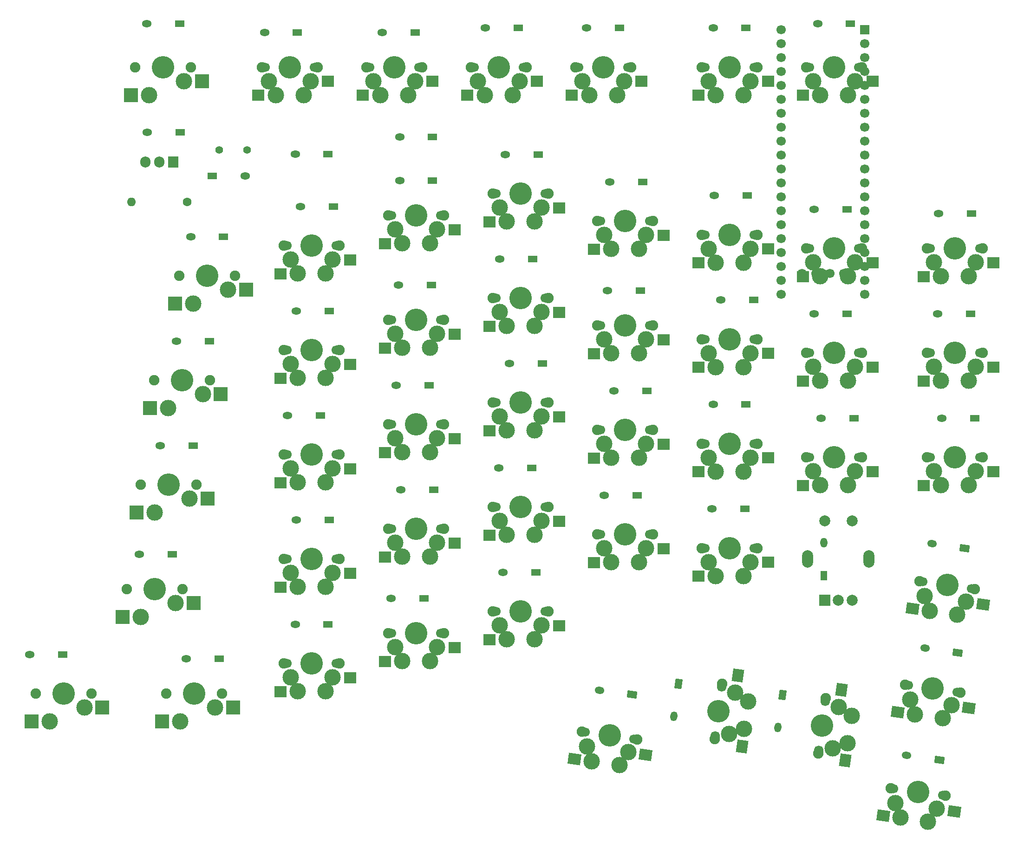
<source format=gbr>
%TF.GenerationSoftware,KiCad,Pcbnew,(6.0.5-0)*%
%TF.CreationDate,2023-01-14T19:39:34-08:00*%
%TF.ProjectId,ergodonk_pcb,6572676f-646f-46e6-9b5f-7063622e6b69,rev?*%
%TF.SameCoordinates,Original*%
%TF.FileFunction,Soldermask,Bot*%
%TF.FilePolarity,Negative*%
%FSLAX46Y46*%
G04 Gerber Fmt 4.6, Leading zero omitted, Abs format (unit mm)*
G04 Created by KiCad (PCBNEW (6.0.5-0)) date 2023-01-14 19:39:34*
%MOMM*%
%LPD*%
G01*
G04 APERTURE LIST*
G04 Aperture macros list*
%AMHorizOval*
0 Thick line with rounded ends*
0 $1 width*
0 $2 $3 position (X,Y) of the first rounded end (center of the circle)*
0 $4 $5 position (X,Y) of the second rounded end (center of the circle)*
0 Add line between two ends*
20,1,$1,$2,$3,$4,$5,0*
0 Add two circle primitives to create the rounded ends*
1,1,$1,$2,$3*
1,1,$1,$4,$5*%
%AMRotRect*
0 Rectangle, with rotation*
0 The origin of the aperture is its center*
0 $1 length*
0 $2 width*
0 $3 Rotation angle, in degrees counterclockwise*
0 Add horizontal line*
21,1,$1,$2,0,0,$3*%
G04 Aperture macros list end*
%ADD10C,1.900000*%
%ADD11C,3.000000*%
%ADD12C,1.700000*%
%ADD13C,4.100000*%
%ADD14R,2.300000X2.000000*%
%ADD15R,1.778000X1.300000*%
%ADD16O,1.778000X1.300000*%
%ADD17RotRect,2.300000X2.000000X82.000000*%
%ADD18RotRect,1.778000X1.300000X172.000000*%
%ADD19HorizOval,1.300000X-0.236674X0.033262X0.236674X-0.033262X0*%
%ADD20O,2.000000X3.200000*%
%ADD21R,2.000000X2.000000*%
%ADD22C,2.000000*%
%ADD23RotRect,2.300000X2.000000X352.000000*%
%ADD24R,1.905000X2.000000*%
%ADD25O,1.905000X2.000000*%
%ADD26RotRect,1.778000X1.300000X262.000000*%
%ADD27HorizOval,1.300000X-0.033262X-0.236674X0.033262X0.236674X0*%
%ADD28R,2.550000X2.500000*%
%ADD29R,1.300000X1.778000*%
%ADD30O,1.300000X1.778000*%
%ADD31C,1.600000*%
%ADD32O,1.600000X1.600000*%
%ADD33C,1.397000*%
%ADD34R,1.700000X1.700000*%
G04 APERTURE END LIST*
D10*
%TO.C,SWLH14*%
X109220000Y-57975000D03*
D11*
X110490000Y-60515001D03*
D12*
X118800000Y-57975000D03*
D11*
X118110000Y-60515000D03*
X116840000Y-63055000D03*
D10*
X119380000Y-57975000D03*
D13*
X114300000Y-57975000D03*
D12*
X109800000Y-57975000D03*
D11*
X111760000Y-63055000D03*
D14*
X121300000Y-60555000D03*
X108600000Y-63095000D03*
%TD*%
D15*
%TO.C,D50*%
X30781250Y-142031250D03*
D16*
X24781250Y-142031250D03*
%TD*%
D11*
%TO.C,SWLH33*%
X92710000Y-105155000D03*
D10*
X90170000Y-100075000D03*
D13*
X95250000Y-100075000D03*
D10*
X100330000Y-100075000D03*
D11*
X91440000Y-102615001D03*
D12*
X99750000Y-100075000D03*
D11*
X99060000Y-102615000D03*
D12*
X90750000Y-100075000D03*
D11*
X97790000Y-105155000D03*
D14*
X102250000Y-102655000D03*
X89550000Y-105195000D03*
%TD*%
D11*
%TO.C,SWLH57*%
X173923084Y-158249192D03*
X172291552Y-151607490D03*
X171231054Y-159153333D03*
D10*
X169953021Y-149996350D03*
D11*
X174630083Y-153218630D03*
D12*
X168619743Y-159483118D03*
X169872301Y-150570706D03*
D13*
X169246022Y-155026912D03*
D10*
X168539023Y-160057474D03*
D17*
X172775125Y-148454102D03*
X173522908Y-161384006D03*
%TD*%
D15*
%TO.C,D11*%
X60150000Y-65831250D03*
D16*
X54150000Y-65831250D03*
%TD*%
D15*
%TO.C,D53*%
X96662500Y-131825000D03*
D16*
X90662500Y-131825000D03*
%TD*%
D12*
%TO.C,SWLH35*%
X137850000Y-101075000D03*
D11*
X130810000Y-106155000D03*
X129540000Y-103615001D03*
D10*
X138430000Y-101075000D03*
X128270000Y-101075000D03*
D11*
X135890000Y-106155000D03*
D13*
X133350000Y-101075000D03*
D11*
X137160000Y-103615000D03*
D12*
X128850000Y-101075000D03*
D14*
X140350000Y-103655000D03*
X127650000Y-106195000D03*
%TD*%
D15*
%TO.C,D42*%
X79387500Y-117481250D03*
D16*
X73387500Y-117481250D03*
%TD*%
D18*
%TO.C,D58*%
X194014002Y-141675261D03*
D19*
X188072394Y-140840223D03*
%TD*%
D15*
%TO.C,D13*%
X98250000Y-55625000D03*
D16*
X92250000Y-55625000D03*
%TD*%
D15*
%TO.C,D54*%
X117125000Y-127031250D03*
D16*
X111125000Y-127031250D03*
%TD*%
D11*
%TO.C,SWLH12*%
X80010000Y-70015000D03*
D12*
X71700000Y-67475000D03*
D13*
X76200000Y-67475000D03*
D11*
X73660000Y-72555000D03*
D10*
X71120000Y-67475000D03*
D11*
X78740000Y-72555000D03*
X72390000Y-70015001D03*
D10*
X81280000Y-67475000D03*
D12*
X80700000Y-67475000D03*
D14*
X83200000Y-70055000D03*
X70500000Y-72595000D03*
%TD*%
D10*
%TO.C,SWLH43*%
X90170000Y-119125000D03*
D12*
X99750000Y-119125000D03*
X90750000Y-119125000D03*
D11*
X91440000Y-121665001D03*
X92710000Y-124205000D03*
D13*
X95250000Y-119125000D03*
D11*
X97790000Y-124205000D03*
D10*
X100330000Y-119125000D03*
D11*
X99060000Y-121665000D03*
D14*
X102250000Y-121705000D03*
X89550000Y-124245000D03*
%TD*%
D11*
%TO.C,SWLH2*%
X69660000Y-40005000D03*
X68390000Y-37465001D03*
X76010000Y-37465000D03*
D13*
X72200000Y-34925000D03*
D11*
X74740000Y-40005000D03*
D12*
X76700000Y-34925000D03*
X67700000Y-34925000D03*
D10*
X67120000Y-34925000D03*
X77280000Y-34925000D03*
D14*
X79200000Y-37505000D03*
X66500000Y-40045000D03*
%TD*%
D15*
%TO.C,D52*%
X79200000Y-136531250D03*
D16*
X73200000Y-136531250D03*
%TD*%
D15*
%TO.C,D3*%
X95043750Y-28575000D03*
D16*
X89043750Y-28575000D03*
%TD*%
D15*
%TO.C,D15*%
X136537500Y-55831250D03*
D16*
X130537500Y-55831250D03*
%TD*%
D15*
%TO.C,D36*%
X155400000Y-96431250D03*
D16*
X149400000Y-96431250D03*
%TD*%
D15*
%TO.C,D22*%
X79387500Y-79381250D03*
D16*
X73387500Y-79381250D03*
%TD*%
D10*
%TO.C,SWLH53*%
X90170000Y-138175000D03*
D11*
X92710000Y-143255000D03*
X99060000Y-140715000D03*
X97790000Y-143255000D03*
D13*
X95250000Y-138175000D03*
D12*
X90750000Y-138175000D03*
D11*
X91440000Y-140715001D03*
D10*
X100330000Y-138175000D03*
D12*
X99750000Y-138175000D03*
D14*
X102250000Y-140755000D03*
X89550000Y-143295000D03*
%TD*%
D12*
%TO.C,SWLH3*%
X86750000Y-34925000D03*
D13*
X91250000Y-34925000D03*
D11*
X88710000Y-40005000D03*
X93790000Y-40005000D03*
D10*
X86170000Y-34925000D03*
D11*
X95060000Y-37465000D03*
D10*
X96330000Y-34925000D03*
D11*
X87440000Y-37465001D03*
D12*
X95750000Y-34925000D03*
D14*
X98250000Y-37505000D03*
X85550000Y-40045000D03*
%TD*%
D15*
%TO.C,D_sol_1*%
X58118750Y-54768750D03*
D16*
X64118750Y-54768750D03*
%TD*%
D20*
%TO.C,SWLH_ROT1*%
X177843750Y-124618750D03*
X166643750Y-124618750D03*
D21*
X169743750Y-132118750D03*
D22*
X174743750Y-132118750D03*
X172243750Y-132118750D03*
X174743750Y-117618750D03*
X169743750Y-117618750D03*
%TD*%
D10*
%TO.C,SWLH45*%
X138430000Y-120125000D03*
D11*
X129540000Y-122665001D03*
X137160000Y-122665000D03*
D12*
X137850000Y-120125000D03*
D10*
X128270000Y-120125000D03*
D11*
X135890000Y-125205000D03*
X130810000Y-125205000D03*
D12*
X128850000Y-120125000D03*
D13*
X133350000Y-120125000D03*
D14*
X140350000Y-122705000D03*
X127650000Y-125245000D03*
%TD*%
D15*
%TO.C,D1*%
X52150000Y-26987500D03*
D16*
X46150000Y-26987500D03*
%TD*%
D15*
%TO.C,D6*%
X155400000Y-27781250D03*
D16*
X149400000Y-27781250D03*
%TD*%
D11*
%TO.C,SWLH68*%
X183562725Y-171787525D03*
X188593287Y-172494524D03*
D12*
X191241211Y-167736742D03*
D11*
X190204427Y-170155993D03*
X182658584Y-169095495D03*
D10*
X181754443Y-166403464D03*
D12*
X182328799Y-166484184D03*
D13*
X186785005Y-167110463D03*
D10*
X191815567Y-167817462D03*
D23*
X193357815Y-170639566D03*
X180427911Y-171387349D03*
%TD*%
D10*
%TO.C,SWLH27*%
X176530000Y-87025000D03*
D11*
X173990000Y-92105000D03*
X167640000Y-89565001D03*
D13*
X171450000Y-87025000D03*
D12*
X175950000Y-87025000D03*
D11*
X175260000Y-89565000D03*
D12*
X166950000Y-87025000D03*
D10*
X166370000Y-87025000D03*
D11*
X168910000Y-92105000D03*
D14*
X178450000Y-89605000D03*
X165750000Y-92145000D03*
%TD*%
D12*
%TO.C,SWLH4*%
X105800000Y-34925000D03*
D10*
X115380000Y-34925000D03*
D11*
X107760000Y-40005000D03*
D13*
X110300000Y-34925000D03*
D11*
X106490000Y-37465001D03*
D12*
X114800000Y-34925000D03*
D11*
X112840000Y-40005000D03*
D10*
X105220000Y-34925000D03*
D11*
X114110000Y-37465000D03*
D14*
X117300000Y-37505000D03*
X104600000Y-40045000D03*
%TD*%
D10*
%TO.C,SWLH65*%
X125492029Y-156091645D03*
D12*
X126066385Y-156172365D03*
D11*
X132330873Y-162182705D03*
X127300311Y-161475706D03*
D12*
X134978797Y-157424923D03*
D13*
X130522591Y-156798644D03*
D10*
X135553153Y-157505643D03*
D11*
X133942013Y-159844174D03*
X126396170Y-158783676D03*
D23*
X137095401Y-160327747D03*
X124165497Y-161075530D03*
%TD*%
D24*
%TO.C,Q1*%
X50958750Y-52236250D03*
D25*
X48418750Y-52236250D03*
X45878750Y-52236250D03*
%TD*%
D11*
%TO.C,SWLH22*%
X73660000Y-91605000D03*
D10*
X71120000Y-86525000D03*
D13*
X76200000Y-86525000D03*
D11*
X78740000Y-91605000D03*
X80010000Y-89065000D03*
D10*
X81280000Y-86525000D03*
D11*
X72390000Y-89065001D03*
D12*
X71700000Y-86525000D03*
X80700000Y-86525000D03*
D14*
X83200000Y-89105000D03*
X70500000Y-91645000D03*
%TD*%
D15*
%TO.C,D18*%
X196500000Y-61625000D03*
D16*
X190500000Y-61625000D03*
%TD*%
D15*
%TO.C,D27*%
X173831250Y-79881250D03*
D16*
X167831250Y-79881250D03*
%TD*%
D11*
%TO.C,SWLH16*%
X148590000Y-68015001D03*
D10*
X157480000Y-65475000D03*
D12*
X156900000Y-65475000D03*
D11*
X149860000Y-70555000D03*
D10*
X147320000Y-65475000D03*
D11*
X154940000Y-70555000D03*
D13*
X152400000Y-65475000D03*
D11*
X156210000Y-68015000D03*
D12*
X147900000Y-65475000D03*
D14*
X159400000Y-68055000D03*
X146700000Y-70595000D03*
%TD*%
D15*
%TO.C,D31*%
X54593750Y-103931250D03*
D16*
X48593750Y-103931250D03*
%TD*%
D11*
%TO.C,SWLH58*%
X191244534Y-153629917D03*
D12*
X193892458Y-148872135D03*
D13*
X189436252Y-148245856D03*
D10*
X184405690Y-147538857D03*
D11*
X192855674Y-151291386D03*
D12*
X184980046Y-147619577D03*
D11*
X185309831Y-150230888D03*
D10*
X194466814Y-148952855D03*
D11*
X186213972Y-152922918D03*
D23*
X196009062Y-151774959D03*
X183079158Y-152522742D03*
%TD*%
D12*
%TO.C,SWLH44*%
X109800000Y-115125000D03*
D10*
X119380000Y-115125000D03*
D11*
X116840000Y-120205000D03*
X110490000Y-117665001D03*
X118110000Y-117665000D03*
D13*
X114300000Y-115125000D03*
D10*
X109220000Y-115125000D03*
D11*
X111760000Y-120205000D03*
D12*
X118800000Y-115125000D03*
D14*
X121300000Y-117705000D03*
X108600000Y-120245000D03*
%TD*%
D15*
%TO.C,D46*%
X155225000Y-115481250D03*
D16*
X149225000Y-115481250D03*
%TD*%
D15*
%TO.C,D35*%
X137331250Y-93931250D03*
D16*
X131331250Y-93931250D03*
%TD*%
D15*
%TO.C,D17*%
X173843750Y-60831250D03*
D16*
X167843750Y-60831250D03*
%TD*%
D15*
%TO.C,D21*%
X57593750Y-84881250D03*
D16*
X51593750Y-84881250D03*
%TD*%
D15*
%TO.C,D16*%
X155587500Y-58331250D03*
D16*
X149587500Y-58331250D03*
%TD*%
D10*
%TO.C,SWLH52*%
X71120000Y-143675000D03*
D11*
X73660000Y-148755000D03*
X72390000Y-146215001D03*
D13*
X76200000Y-143675000D03*
D12*
X80700000Y-143675000D03*
D11*
X80010000Y-146215000D03*
X78740000Y-148755000D03*
D12*
X71700000Y-143675000D03*
D10*
X81280000Y-143675000D03*
D14*
X83200000Y-146255000D03*
X70500000Y-148795000D03*
%TD*%
D15*
%TO.C,D23*%
X98062500Y-74675000D03*
D16*
X92062500Y-74675000D03*
%TD*%
D15*
%TO.C,D34*%
X118281250Y-88931250D03*
D16*
X112281250Y-88931250D03*
%TD*%
D13*
%TO.C,SWLH56*%
X150377066Y-152406610D03*
D11*
X153422596Y-148987188D03*
X155054128Y-155628890D03*
D12*
X149750787Y-156862816D03*
D10*
X151084065Y-147376048D03*
X149670067Y-157437172D03*
D12*
X151003345Y-147950404D03*
D11*
X152362098Y-156533031D03*
X155761127Y-150598328D03*
D17*
X153906169Y-145833800D03*
X154653952Y-158763704D03*
%TD*%
D15*
%TO.C,H1*%
X79200000Y-50800000D03*
D16*
X73200000Y-50800000D03*
%TD*%
D15*
%TO.C,D4*%
X113906250Y-27781250D03*
D16*
X107906250Y-27781250D03*
%TD*%
D18*
%TO.C,D68*%
X190639558Y-161239780D03*
D19*
X184697950Y-160404742D03*
%TD*%
D10*
%TO.C,SWLH28*%
X198580000Y-87025000D03*
D13*
X193500000Y-87025000D03*
D11*
X196040000Y-92105000D03*
X190960000Y-92105000D03*
D12*
X189000000Y-87025000D03*
D11*
X189690000Y-89565001D03*
X197310000Y-89565000D03*
D10*
X188420000Y-87025000D03*
D12*
X198000000Y-87025000D03*
D14*
X200500000Y-89605000D03*
X187800000Y-92145000D03*
%TD*%
D10*
%TO.C,SWLH26*%
X157480000Y-84525000D03*
D11*
X154940000Y-89605000D03*
X156210000Y-87065000D03*
X148590000Y-87065001D03*
D12*
X156900000Y-84525000D03*
X147900000Y-84525000D03*
D10*
X147320000Y-84525000D03*
D13*
X152400000Y-84525000D03*
D11*
X149860000Y-89605000D03*
D14*
X159400000Y-87105000D03*
X146700000Y-89645000D03*
%TD*%
D11*
%TO.C,SWLH24*%
X110490000Y-79565001D03*
D13*
X114300000Y-77025000D03*
D12*
X109800000Y-77025000D03*
D11*
X116840000Y-82105000D03*
D12*
X118800000Y-77025000D03*
D11*
X118110000Y-79565000D03*
D10*
X109220000Y-77025000D03*
X119380000Y-77025000D03*
D11*
X111760000Y-82105000D03*
D14*
X121300000Y-79605000D03*
X108600000Y-82145000D03*
%TD*%
D11*
%TO.C,SWLH7*%
X167640000Y-37465001D03*
D12*
X175950000Y-34925000D03*
D11*
X175260000Y-37465000D03*
D10*
X176530000Y-34925000D03*
D13*
X171450000Y-34925000D03*
D11*
X168910000Y-40005000D03*
D12*
X166950000Y-34925000D03*
D11*
X173990000Y-40005000D03*
D10*
X166370000Y-34925000D03*
D14*
X178450000Y-37505000D03*
X165750000Y-40045000D03*
%TD*%
D26*
%TO.C,D57*%
X162024225Y-149379371D03*
D27*
X161189187Y-155320979D03*
%TD*%
D10*
%TO.C,SWLH31*%
X55245000Y-111075000D03*
X45085000Y-111075000D03*
D11*
X47625000Y-116155000D03*
X53975000Y-113615000D03*
D13*
X50165000Y-111075000D03*
D28*
X57250000Y-113615000D03*
X44323000Y-116155000D03*
%TD*%
D15*
%TO.C,D7*%
X174450000Y-26987500D03*
D16*
X168450000Y-26987500D03*
%TD*%
D13*
%TO.C,SWLH41*%
X47625000Y-130125000D03*
D10*
X42545000Y-130125000D03*
D11*
X51435000Y-132665000D03*
D10*
X52705000Y-130125000D03*
D11*
X45085000Y-135205000D03*
D28*
X54710000Y-132665000D03*
X41783000Y-135205000D03*
%TD*%
D11*
%TO.C,SWLH38*%
X196040000Y-111155000D03*
X197310000Y-108615000D03*
X190960000Y-111155000D03*
D10*
X188420000Y-106075000D03*
D13*
X193500000Y-106075000D03*
D10*
X198580000Y-106075000D03*
D12*
X189000000Y-106075000D03*
X198000000Y-106075000D03*
D11*
X189690000Y-108615001D03*
D14*
X200500000Y-108655000D03*
X187800000Y-111195000D03*
%TD*%
D11*
%TO.C,SWLH6*%
X154940000Y-40005000D03*
D10*
X147320000Y-34925000D03*
X157480000Y-34925000D03*
D12*
X156900000Y-34925000D03*
D13*
X152400000Y-34925000D03*
D12*
X147900000Y-34925000D03*
D11*
X149860000Y-40005000D03*
X156210000Y-37465000D03*
X148590000Y-37465001D03*
D14*
X159400000Y-37505000D03*
X146700000Y-40045000D03*
%TD*%
D15*
%TO.C,D41*%
X50812500Y-123775000D03*
D16*
X44812500Y-123775000D03*
%TD*%
D11*
%TO.C,SWLH46*%
X149860000Y-127705000D03*
X154940000Y-127705000D03*
D12*
X147900000Y-122625000D03*
D11*
X148590000Y-125165001D03*
D13*
X152400000Y-122625000D03*
D10*
X157480000Y-122625000D03*
D11*
X156210000Y-125165000D03*
D12*
X156900000Y-122625000D03*
D10*
X147320000Y-122625000D03*
D14*
X159400000Y-125205000D03*
X146700000Y-127745000D03*
%TD*%
D15*
%TO.C,D2*%
X73612500Y-28575000D03*
D16*
X67612500Y-28575000D03*
%TD*%
D15*
%TO.C,D24*%
X116506250Y-69881250D03*
D16*
X110506250Y-69881250D03*
%TD*%
D11*
%TO.C,SWLH21*%
X56356250Y-94565000D03*
D10*
X47466250Y-92025000D03*
D13*
X52546250Y-92025000D03*
D11*
X50006250Y-97105000D03*
D10*
X57626250Y-92025000D03*
D28*
X59631250Y-94565000D03*
X46704250Y-97105000D03*
%TD*%
D10*
%TO.C,SWLH51*%
X59848750Y-149175000D03*
X49688750Y-149175000D03*
D13*
X54768750Y-149175000D03*
D11*
X58578750Y-151715000D03*
X52228750Y-154255000D03*
D28*
X61853750Y-151715000D03*
X48926750Y-154255000D03*
%TD*%
D15*
%TO.C,D5*%
X132350000Y-27781250D03*
D16*
X126350000Y-27781250D03*
%TD*%
D11*
%TO.C,SWLH34*%
X118110000Y-98615000D03*
D13*
X114300000Y-96075000D03*
D11*
X110490000Y-98615001D03*
D12*
X118800000Y-96075000D03*
D11*
X111760000Y-101155000D03*
D10*
X119380000Y-96075000D03*
D12*
X109800000Y-96075000D03*
D10*
X109220000Y-96075000D03*
D11*
X116840000Y-101155000D03*
D14*
X121300000Y-98655000D03*
X108600000Y-101195000D03*
%TD*%
D15*
%TO.C,D12*%
X80181250Y-60331250D03*
D16*
X74181250Y-60331250D03*
%TD*%
D15*
%TO.C,D33*%
X97631250Y-92931250D03*
D16*
X91631250Y-92931250D03*
%TD*%
D15*
%TO.C,D45*%
X135556250Y-112981250D03*
D16*
X129556250Y-112981250D03*
%TD*%
D11*
%TO.C,SWLH50*%
X34766250Y-151715000D03*
D10*
X36036250Y-149175000D03*
X25876250Y-149175000D03*
D11*
X28416250Y-154255000D03*
D13*
X30956250Y-149175000D03*
D28*
X38041250Y-151715000D03*
X25114250Y-154255000D03*
%TD*%
D11*
%TO.C,SWLH37*%
X167640000Y-108615001D03*
X175260000Y-108615000D03*
D13*
X171450000Y-106075000D03*
D12*
X166950000Y-106075000D03*
D11*
X173990000Y-111155000D03*
D10*
X166370000Y-106075000D03*
D11*
X168910000Y-111155000D03*
D12*
X175950000Y-106075000D03*
D10*
X176530000Y-106075000D03*
D14*
X178450000Y-108655000D03*
X165750000Y-111195000D03*
%TD*%
D15*
%TO.C,D43*%
X98437500Y-111981250D03*
D16*
X92437500Y-111981250D03*
%TD*%
D11*
%TO.C,SWLH5*%
X125540000Y-37465001D03*
X126810000Y-40005000D03*
X131890000Y-40005000D03*
D13*
X129350000Y-34925000D03*
D12*
X133850000Y-34925000D03*
X124850000Y-34925000D03*
D10*
X124270000Y-34925000D03*
X134430000Y-34925000D03*
D11*
X133160000Y-37465000D03*
D14*
X136350000Y-37505000D03*
X123650000Y-40045000D03*
%TD*%
D15*
%TO.C,D26*%
X156800000Y-77381250D03*
D16*
X150800000Y-77381250D03*
%TD*%
D11*
%TO.C,SWLH42*%
X72390000Y-127165001D03*
X80010000Y-127165000D03*
D12*
X80700000Y-124625000D03*
D13*
X76200000Y-124625000D03*
D10*
X71120000Y-124625000D03*
D11*
X73660000Y-129705000D03*
X78740000Y-129705000D03*
D10*
X81280000Y-124625000D03*
D12*
X71700000Y-124625000D03*
D14*
X83200000Y-127205000D03*
X70500000Y-129745000D03*
%TD*%
D10*
%TO.C,SWLH48*%
X197118062Y-130088249D03*
D13*
X192087500Y-129381250D03*
D11*
X188865220Y-134058312D03*
X195506922Y-132426780D03*
D10*
X187056938Y-128674251D03*
D12*
X196543706Y-130007529D03*
D11*
X193895782Y-134765311D03*
X187961079Y-131366282D03*
D12*
X187631294Y-128754971D03*
D23*
X198660310Y-132910353D03*
X185730406Y-133658136D03*
%TD*%
D12*
%TO.C,SWLH32*%
X71700000Y-105575000D03*
D11*
X72390000Y-108115001D03*
X78740000Y-110655000D03*
X73660000Y-110655000D03*
D13*
X76200000Y-105575000D03*
D10*
X71120000Y-105575000D03*
D11*
X80010000Y-108115000D03*
D12*
X80700000Y-105575000D03*
D10*
X81280000Y-105575000D03*
D14*
X83200000Y-108155000D03*
X70500000Y-110695000D03*
%TD*%
D15*
%TO.C,D38*%
X197118750Y-98931250D03*
D16*
X191118750Y-98931250D03*
%TD*%
D11*
%TO.C,SWLH23*%
X99060000Y-83565000D03*
X91440000Y-83565001D03*
D12*
X99750000Y-81025000D03*
D10*
X100330000Y-81025000D03*
D11*
X97790000Y-86105000D03*
D10*
X90170000Y-81025000D03*
D13*
X95250000Y-81025000D03*
D11*
X92710000Y-86105000D03*
D12*
X90750000Y-81025000D03*
D14*
X102250000Y-83605000D03*
X89550000Y-86145000D03*
%TD*%
D15*
%TO.C,J_SOL_1*%
X52212500Y-46831250D03*
D16*
X46212500Y-46831250D03*
%TD*%
D15*
%TO.C,D14*%
X117487500Y-50831250D03*
D16*
X111487500Y-50831250D03*
%TD*%
D11*
%TO.C,SWLH36*%
X149860000Y-108655000D03*
D12*
X147900000Y-103575000D03*
D10*
X157480000Y-103575000D03*
D11*
X156210000Y-106115000D03*
D12*
X156900000Y-103575000D03*
D11*
X154940000Y-108655000D03*
D13*
X152400000Y-103575000D03*
D11*
X148590000Y-106115001D03*
D10*
X147320000Y-103575000D03*
D14*
X159400000Y-106155000D03*
X146700000Y-108695000D03*
%TD*%
D15*
%TO.C,D37*%
X175068750Y-98931250D03*
D16*
X169068750Y-98931250D03*
%TD*%
D13*
%TO.C,SWLH11*%
X57150000Y-72975000D03*
D10*
X52070000Y-72975000D03*
X62230000Y-72975000D03*
D11*
X60960000Y-75515000D03*
X54610000Y-78055000D03*
D28*
X64235000Y-75515000D03*
X51308000Y-78055000D03*
%TD*%
D15*
%TO.C,J1*%
X98250000Y-47625000D03*
D16*
X92250000Y-47625000D03*
%TD*%
D11*
%TO.C,SWLH17*%
X173990000Y-73055000D03*
D10*
X166370000Y-67975000D03*
D12*
X175950000Y-67975000D03*
D11*
X167640000Y-70515001D03*
X175260000Y-70515000D03*
D10*
X176530000Y-67975000D03*
D13*
X171450000Y-67975000D03*
D11*
X168910000Y-73055000D03*
D12*
X166950000Y-67975000D03*
D14*
X178450000Y-70555000D03*
X165750000Y-73095000D03*
%TD*%
D10*
%TO.C,SWLH54*%
X119380000Y-134175000D03*
D11*
X116840000Y-139255000D03*
D12*
X118800000Y-134175000D03*
D11*
X111760000Y-139255000D03*
X118110000Y-136715000D03*
X110490000Y-136715001D03*
D10*
X109220000Y-134175000D03*
D13*
X114300000Y-134175000D03*
D12*
X109800000Y-134175000D03*
D14*
X121300000Y-136755000D03*
X108600000Y-139295000D03*
%TD*%
D15*
%TO.C,D44*%
X116318750Y-107981250D03*
D16*
X110318750Y-107981250D03*
%TD*%
D26*
%TO.C,D56*%
X143070896Y-147359419D03*
D27*
X142235858Y-153301027D03*
%TD*%
D11*
%TO.C,SWLH18*%
X197310000Y-70515000D03*
D12*
X198000000Y-67975000D03*
D13*
X193500000Y-67975000D03*
D10*
X188420000Y-67975000D03*
D11*
X190960000Y-73055000D03*
D10*
X198580000Y-67975000D03*
D11*
X189690000Y-70515001D03*
X196040000Y-73055000D03*
D12*
X189000000Y-67975000D03*
D14*
X200500000Y-70555000D03*
X187800000Y-73095000D03*
%TD*%
D15*
%TO.C,D32*%
X77800000Y-98431250D03*
D16*
X71800000Y-98431250D03*
%TD*%
D29*
%TO.C,D47*%
X169568750Y-127612500D03*
D30*
X169568750Y-121612500D03*
%TD*%
D31*
%TO.C,R2*%
X53498750Y-59531250D03*
D32*
X43338750Y-59531250D03*
%TD*%
D15*
%TO.C,D25*%
X136175000Y-75675000D03*
D16*
X130175000Y-75675000D03*
%TD*%
D11*
%TO.C,SWLH25*%
X137160000Y-84565000D03*
D10*
X128270000Y-82025000D03*
X138430000Y-82025000D03*
D11*
X129540000Y-84565001D03*
X130810000Y-87105000D03*
D12*
X137850000Y-82025000D03*
X128850000Y-82025000D03*
D13*
X133350000Y-82025000D03*
D11*
X135890000Y-87105000D03*
D14*
X140350000Y-84605000D03*
X127650000Y-87145000D03*
%TD*%
D10*
%TO.C,SWLH1*%
X54230000Y-34925000D03*
D13*
X49150000Y-34925000D03*
D11*
X52960000Y-37465000D03*
X46610000Y-40005000D03*
D10*
X44070000Y-34925000D03*
D28*
X56235000Y-37465000D03*
X43308000Y-40005000D03*
%TD*%
D11*
%TO.C,SWLH13*%
X91440000Y-64515001D03*
D10*
X100330000Y-61975000D03*
X90170000Y-61975000D03*
D11*
X97790000Y-67055000D03*
D13*
X95250000Y-61975000D03*
D12*
X99750000Y-61975000D03*
X90750000Y-61975000D03*
D11*
X99060000Y-64515000D03*
X92710000Y-67055000D03*
D14*
X102250000Y-64555000D03*
X89550000Y-67095000D03*
%TD*%
D18*
%TO.C,D48*%
X195266496Y-122614072D03*
D19*
X189324888Y-121779034D03*
%TD*%
D15*
%TO.C,D28*%
X196312500Y-79881250D03*
D16*
X190312500Y-79881250D03*
%TD*%
D15*
%TO.C,D51*%
X59356250Y-142825000D03*
D16*
X53356250Y-142825000D03*
%TD*%
D33*
%TO.C,R1*%
X64452500Y-50006250D03*
X59372500Y-50006250D03*
%TD*%
D18*
%TO.C,D65*%
X134598081Y-149355911D03*
D19*
X128656473Y-148520873D03*
%TD*%
D13*
%TO.C,SWLH15*%
X133350000Y-62975000D03*
D12*
X128850000Y-62975000D03*
D11*
X130810000Y-68055000D03*
X135890000Y-68055000D03*
X129540000Y-65515001D03*
D10*
X128270000Y-62975000D03*
D12*
X137850000Y-62975000D03*
D11*
X137160000Y-65515000D03*
D10*
X138430000Y-62975000D03*
D14*
X140350000Y-65555000D03*
X127650000Y-68095000D03*
%TD*%
D34*
%TO.C,ULH1*%
X177006250Y-28098750D03*
D12*
X177006250Y-30638750D03*
X177006250Y-33178750D03*
X177006250Y-35718750D03*
X177006250Y-38258750D03*
X177006250Y-40798750D03*
X177006250Y-43338750D03*
X177006250Y-45878750D03*
X177006250Y-48418750D03*
X177006250Y-50958750D03*
X177006250Y-53498750D03*
X177006250Y-56038750D03*
X177006250Y-58578750D03*
X177006250Y-61118750D03*
X177006250Y-63658750D03*
X177006250Y-66198750D03*
X177006250Y-68738750D03*
X177006250Y-71278750D03*
X177006250Y-73818750D03*
X177006250Y-76358750D03*
X161766250Y-76358750D03*
X161766250Y-73818750D03*
X161766250Y-71278750D03*
X161766250Y-68738750D03*
X161766250Y-66198750D03*
X161766250Y-63658750D03*
X161766250Y-61118750D03*
X161766250Y-58578750D03*
X161766250Y-56038750D03*
X161766250Y-53498750D03*
X161766250Y-50958750D03*
X161766250Y-48418750D03*
X161766250Y-45878750D03*
X161766250Y-43338750D03*
X161766250Y-40798750D03*
X161766250Y-38258750D03*
X161766250Y-35718750D03*
X161766250Y-33178750D03*
X161766250Y-30638750D03*
X161766250Y-28098750D03*
X165574250Y-72547750D03*
X168114250Y-72547750D03*
X170654250Y-72547750D03*
X173194250Y-72547750D03*
%TD*%
M02*

</source>
